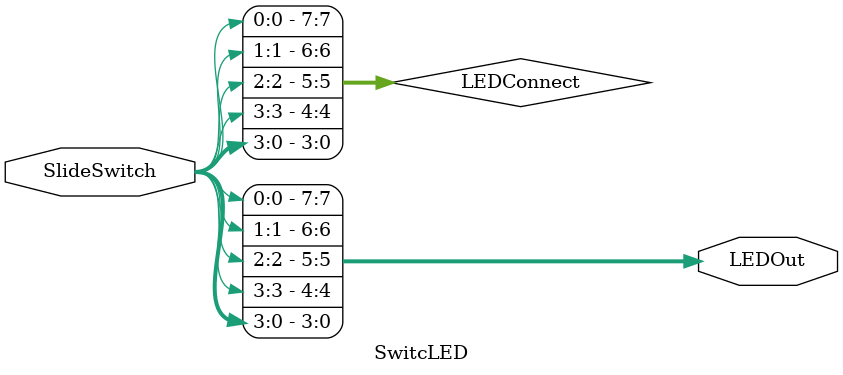
<source format=v>
`timescale 1ns / 1ps
module SwitcLED( 
    output [7:0] LEDOut,
    input [3:0] SlideSwitch
    );
	reg [7:0] LEDConnect;

    always @(*) begin
        {LEDConnect[7],LEDConnect[0]}={SlideSwitch[0],SlideSwitch[0]};
        {LEDConnect[6],LEDConnect[1]}={SlideSwitch[1],SlideSwitch[1]};
        {LEDConnect[5],LEDConnect[2]}={SlideSwitch[2],SlideSwitch[2]};
        {LEDConnect[4],LEDConnect[3]}={SlideSwitch[3],SlideSwitch[3]};
    end 

    assign LEDOut = LEDConnect;
endmodule

</source>
